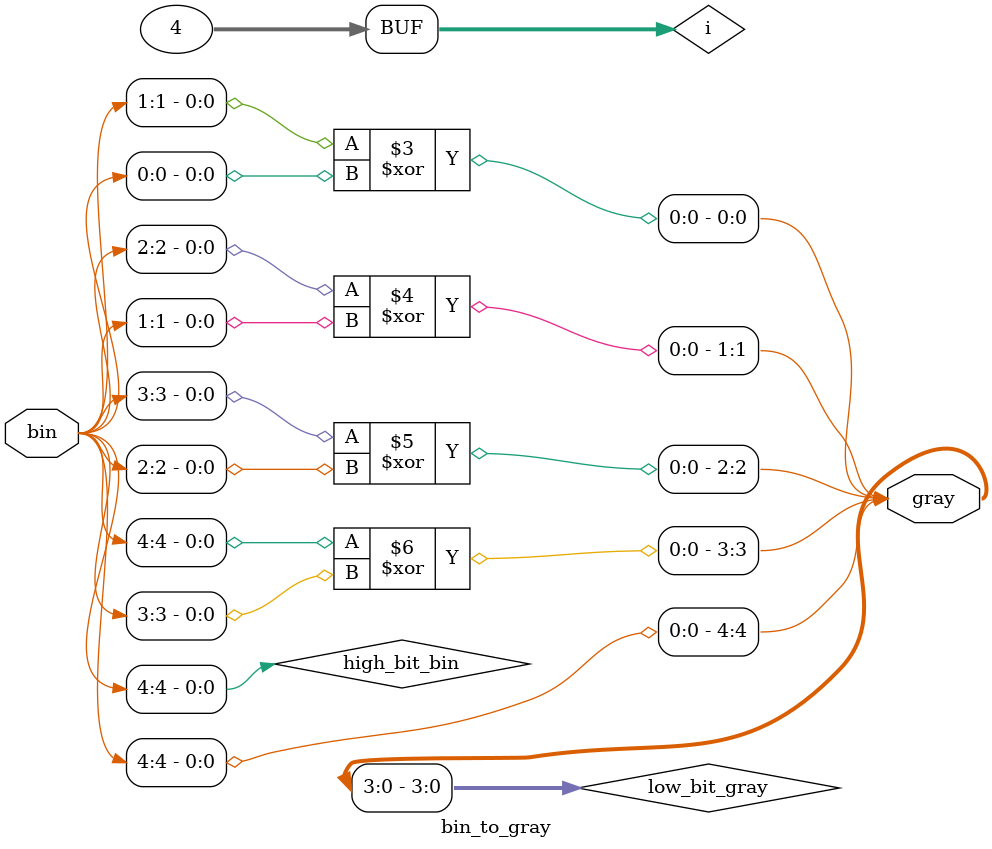
<source format=v>
module bin_to_gray (
input wire [WIDTH - 1:0] bin,
output wire [WIDTH - 1:0] gray
);

wire high_bit_bin = bin[WIDTH - 1] ;
reg [WIDTH - 2:0] low_bit_gray;
integer i;
parameter WIDTH = 5; //包含地址溢出位

always @(*)begin
    for(i = 0;i < WIDTH - 1;i++)begin
        low_bit_gray[i] = bin[i+1]^bin[i];
    end
end

assign gray = {high_bit_bin,low_bit_gray};
    
endmodule
</source>
